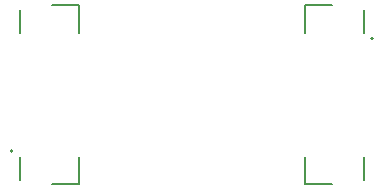
<source format=gbr>
G04 #@! TF.GenerationSoftware,KiCad,Pcbnew,7.0.10*
G04 #@! TF.CreationDate,2024-07-14T22:48:30-04:00*
G04 #@! TF.ProjectId,ARS_Igloo-v2,4152535f-4967-46c6-9f6f-2d76322e6b69,rev?*
G04 #@! TF.SameCoordinates,Original*
G04 #@! TF.FileFunction,Legend,Bot*
G04 #@! TF.FilePolarity,Positive*
%FSLAX46Y46*%
G04 Gerber Fmt 4.6, Leading zero omitted, Abs format (unit mm)*
G04 Created by KiCad (PCBNEW 7.0.10) date 2024-07-14 22:48:30*
%MOMM*%
%LPD*%
G01*
G04 APERTURE LIST*
%ADD10C,0.200000*%
G04 APERTURE END LIST*
D10*
X-9575000Y7575000D02*
X-11865000Y7575000D01*
X-9575000Y7575000D02*
X-9575000Y5250000D01*
X-14555000Y5250000D02*
X-14555000Y7175000D01*
X-9575000Y-5250000D02*
X-9575000Y-7575000D01*
X-14555000Y-7175000D02*
X-14555000Y-5250000D01*
X-9575000Y-7575000D02*
X-11865000Y-7575000D01*
X-15165000Y-4750000D02*
G75*
G03*
X-15365000Y-4750000I-100000J0D01*
G01*
X-15365000Y-4750000D02*
G75*
G03*
X-15165000Y-4750000I100000J0D01*
G01*
X9575000Y-7575000D02*
X11865000Y-7575000D01*
X9575000Y-7575000D02*
X9575000Y-5250000D01*
X14555000Y-5250000D02*
X14555000Y-7175000D01*
X9575000Y5250000D02*
X9575000Y7575000D01*
X14555000Y7175000D02*
X14555000Y5250000D01*
X9575000Y7575000D02*
X11865000Y7575000D01*
X15365000Y4750000D02*
G75*
G03*
X15165000Y4750000I-100000J0D01*
G01*
X15165000Y4750000D02*
G75*
G03*
X15365000Y4750000I100000J0D01*
G01*
M02*

</source>
